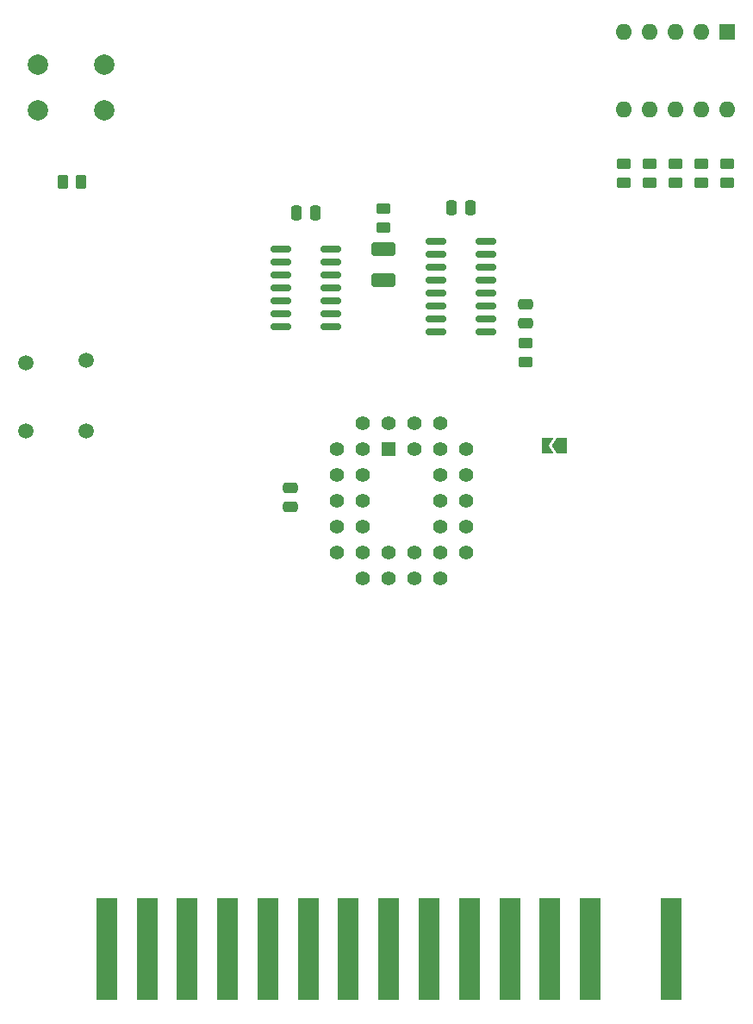
<source format=gbr>
G04 #@! TF.GenerationSoftware,KiCad,Pcbnew,(6.0.9)*
G04 #@! TF.CreationDate,2023-09-15T10:25:23+02:00*
G04 #@! TF.ProjectId,p2000t-multicartridge-smd,70323030-3074-42d6-9d75-6c7469636172,rev?*
G04 #@! TF.SameCoordinates,Original*
G04 #@! TF.FileFunction,Soldermask,Bot*
G04 #@! TF.FilePolarity,Negative*
%FSLAX46Y46*%
G04 Gerber Fmt 4.6, Leading zero omitted, Abs format (unit mm)*
G04 Created by KiCad (PCBNEW (6.0.9)) date 2023-09-15 10:25:23*
%MOMM*%
%LPD*%
G01*
G04 APERTURE LIST*
G04 Aperture macros list*
%AMRoundRect*
0 Rectangle with rounded corners*
0 $1 Rounding radius*
0 $2 $3 $4 $5 $6 $7 $8 $9 X,Y pos of 4 corners*
0 Add a 4 corners polygon primitive as box body*
4,1,4,$2,$3,$4,$5,$6,$7,$8,$9,$2,$3,0*
0 Add four circle primitives for the rounded corners*
1,1,$1+$1,$2,$3*
1,1,$1+$1,$4,$5*
1,1,$1+$1,$6,$7*
1,1,$1+$1,$8,$9*
0 Add four rect primitives between the rounded corners*
20,1,$1+$1,$2,$3,$4,$5,0*
20,1,$1+$1,$4,$5,$6,$7,0*
20,1,$1+$1,$6,$7,$8,$9,0*
20,1,$1+$1,$8,$9,$2,$3,0*%
%AMFreePoly0*
4,1,6,0.500000,-0.750000,-0.650000,-0.750000,-0.150000,0.000000,-0.650000,0.750000,0.500000,0.750000,0.500000,-0.750000,0.500000,-0.750000,$1*%
%AMFreePoly1*
4,1,6,1.000000,0.000000,0.500000,-0.750000,-0.500000,-0.750000,-0.500000,0.750000,0.500000,0.750000,1.000000,0.000000,1.000000,0.000000,$1*%
G04 Aperture macros list end*
%ADD10C,2.000000*%
%ADD11C,1.500000*%
%ADD12R,1.600000X1.600000*%
%ADD13O,1.600000X1.600000*%
%ADD14RoundRect,0.150000X0.825000X0.150000X-0.825000X0.150000X-0.825000X-0.150000X0.825000X-0.150000X0*%
%ADD15RoundRect,0.250000X-0.250000X-0.475000X0.250000X-0.475000X0.250000X0.475000X-0.250000X0.475000X0*%
%ADD16RoundRect,0.250000X-0.475000X0.250000X-0.475000X-0.250000X0.475000X-0.250000X0.475000X0.250000X0*%
%ADD17FreePoly0,180.000000*%
%ADD18FreePoly1,180.000000*%
%ADD19RoundRect,0.250000X-0.925000X0.412500X-0.925000X-0.412500X0.925000X-0.412500X0.925000X0.412500X0*%
%ADD20RoundRect,0.250000X-0.262500X-0.450000X0.262500X-0.450000X0.262500X0.450000X-0.262500X0.450000X0*%
%ADD21RoundRect,0.250000X-0.450000X0.262500X-0.450000X-0.262500X0.450000X-0.262500X0.450000X0.262500X0*%
%ADD22R,2.000000X10.000000*%
%ADD23RoundRect,0.250000X0.475000X-0.250000X0.475000X0.250000X-0.475000X0.250000X-0.475000X-0.250000X0*%
%ADD24R,1.422400X1.422400*%
%ADD25C,1.422400*%
%ADD26RoundRect,0.250000X0.450000X-0.262500X0.450000X0.262500X-0.450000X0.262500X-0.450000X-0.262500X0*%
G04 APERTURE END LIST*
D10*
X55247000Y-52345000D03*
X48747000Y-52345000D03*
X55247000Y-56845000D03*
X48747000Y-56845000D03*
D11*
X47498000Y-81661000D03*
X47498000Y-88370000D03*
X53445000Y-88370000D03*
X53467000Y-81407000D03*
D12*
X116459000Y-49149000D03*
D13*
X113919000Y-49149000D03*
X111379000Y-49149000D03*
X108839000Y-49149000D03*
X106299000Y-49149000D03*
X106299000Y-56769000D03*
X108839000Y-56769000D03*
X111379000Y-56769000D03*
X113919000Y-56769000D03*
X116459000Y-56769000D03*
D14*
X77532000Y-70485000D03*
X77532000Y-71755000D03*
X77532000Y-73025000D03*
X77532000Y-74295000D03*
X77532000Y-75565000D03*
X77532000Y-76835000D03*
X77532000Y-78105000D03*
X72582000Y-78105000D03*
X72582000Y-76835000D03*
X72582000Y-75565000D03*
X72582000Y-74295000D03*
X72582000Y-73025000D03*
X72582000Y-71755000D03*
X72582000Y-70485000D03*
D15*
X74107000Y-66929000D03*
X76007000Y-66929000D03*
D16*
X73533000Y-93919000D03*
X73533000Y-95819000D03*
D17*
X98753000Y-89789000D03*
D18*
X100203000Y-89789000D03*
D14*
X92772000Y-69723000D03*
X92772000Y-70993000D03*
X92772000Y-72263000D03*
X92772000Y-73533000D03*
X92772000Y-74803000D03*
X92772000Y-76073000D03*
X92772000Y-77343000D03*
X92772000Y-78613000D03*
X87822000Y-78613000D03*
X87822000Y-77343000D03*
X87822000Y-76073000D03*
X87822000Y-74803000D03*
X87822000Y-73533000D03*
X87822000Y-72263000D03*
X87822000Y-70993000D03*
X87822000Y-69723000D03*
D19*
X82677000Y-70485000D03*
X82677000Y-73560000D03*
D15*
X89347000Y-66421000D03*
X91247000Y-66421000D03*
D20*
X51134000Y-63881000D03*
X52959000Y-63881000D03*
D21*
X82677000Y-66501000D03*
X82677000Y-68326000D03*
X96647000Y-79709000D03*
X96647000Y-81534000D03*
D22*
X55465000Y-139192000D03*
X59425000Y-139192000D03*
X63385000Y-139192000D03*
X67345000Y-139192000D03*
X71305000Y-139192000D03*
X75265000Y-139192000D03*
X79225000Y-139192000D03*
X83185000Y-139192000D03*
X87145000Y-139192000D03*
X91105000Y-139192000D03*
X95065000Y-139192000D03*
X99025000Y-139192000D03*
X102985000Y-139192000D03*
X110905000Y-139192000D03*
D23*
X96647000Y-77785000D03*
X96647000Y-75885000D03*
D24*
X83147000Y-90145000D03*
D25*
X85687000Y-87605000D03*
X85687000Y-90145000D03*
X88227000Y-87605000D03*
X90767000Y-90145000D03*
X88227000Y-90145000D03*
X90767000Y-92685000D03*
X88227000Y-92685000D03*
X90767000Y-95225000D03*
X88227000Y-95225000D03*
X90767000Y-97765000D03*
X88227000Y-97765000D03*
X90767000Y-100305000D03*
X88227000Y-102845000D03*
X88227000Y-100305000D03*
X85687000Y-102845000D03*
X85687000Y-100305000D03*
X83147000Y-102845000D03*
X83147000Y-100305000D03*
X80607000Y-102845000D03*
X78067000Y-100305000D03*
X80607000Y-100305000D03*
X78067000Y-97765000D03*
X80607000Y-97765000D03*
X78067000Y-95225000D03*
X80607000Y-95225000D03*
X78067000Y-92685000D03*
X80607000Y-92685000D03*
X78067000Y-90145000D03*
X80607000Y-87605000D03*
X80607000Y-90145000D03*
X83147000Y-87605000D03*
D26*
X113919000Y-63928000D03*
X113919000Y-62103000D03*
X106299000Y-63928000D03*
X106299000Y-62103000D03*
X116459000Y-63928000D03*
X116459000Y-62103000D03*
X111379000Y-63928000D03*
X111379000Y-62103000D03*
X108839000Y-63928000D03*
X108839000Y-62103000D03*
M02*

</source>
